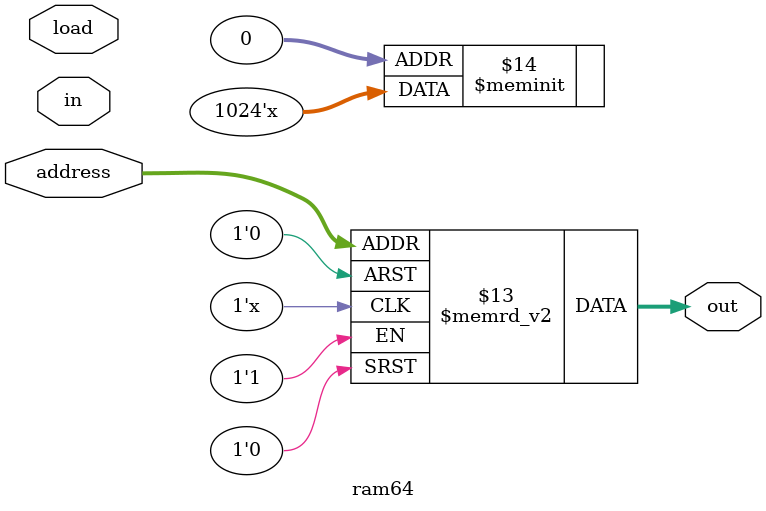
<source format=v>
module ram64(input [15:0] in, input [5:0] address, input load, output reg [15:0] out);
    reg [15:0] ram [63:0];

    always @ (*) begin
        if (load) begin
            ram[address] <= in;
        end
        out = ram[address];
    end

endmodule
</source>
